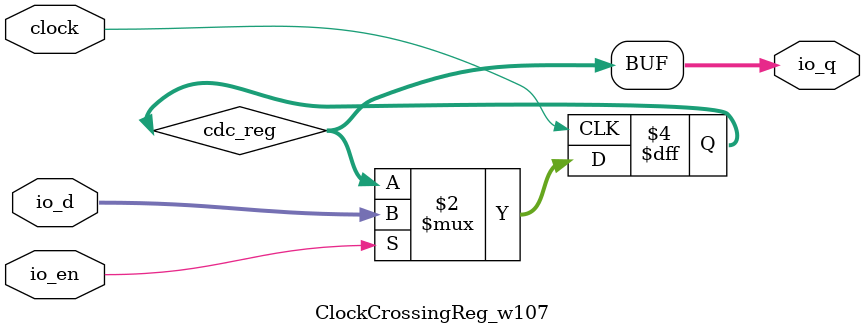
<source format=sv>
`ifndef RANDOMIZE
  `ifdef RANDOMIZE_MEM_INIT
    `define RANDOMIZE
  `endif // RANDOMIZE_MEM_INIT
`endif // not def RANDOMIZE
`ifndef RANDOMIZE
  `ifdef RANDOMIZE_REG_INIT
    `define RANDOMIZE
  `endif // RANDOMIZE_REG_INIT
`endif // not def RANDOMIZE

`ifndef RANDOM
  `define RANDOM $random
`endif // not def RANDOM

// Users can define INIT_RANDOM as general code that gets injected into the
// initializer block for modules with registers.
`ifndef INIT_RANDOM
  `define INIT_RANDOM
`endif // not def INIT_RANDOM

// If using random initialization, you can also define RANDOMIZE_DELAY to
// customize the delay used, otherwise 0.002 is used.
`ifndef RANDOMIZE_DELAY
  `define RANDOMIZE_DELAY 0.002
`endif // not def RANDOMIZE_DELAY

// Define INIT_RANDOM_PROLOG_ for use in our modules below.
`ifndef INIT_RANDOM_PROLOG_
  `ifdef RANDOMIZE
    `ifdef VERILATOR
      `define INIT_RANDOM_PROLOG_ `INIT_RANDOM
    `else  // VERILATOR
      `define INIT_RANDOM_PROLOG_ `INIT_RANDOM #`RANDOMIZE_DELAY begin end
    `endif // VERILATOR
  `else  // RANDOMIZE
    `define INIT_RANDOM_PROLOG_
  `endif // RANDOMIZE
`endif // not def INIT_RANDOM_PROLOG_

// Include register initializers in init blocks unless synthesis is set
`ifndef SYNTHESIS
  `ifndef ENABLE_INITIAL_REG_
    `define ENABLE_INITIAL_REG_
  `endif // not def ENABLE_INITIAL_REG_
`endif // not def SYNTHESIS

// Include rmemory initializers in init blocks unless synthesis is set
`ifndef SYNTHESIS
  `ifndef ENABLE_INITIAL_MEM_
    `define ENABLE_INITIAL_MEM_
  `endif // not def ENABLE_INITIAL_MEM_
`endif // not def SYNTHESIS

// Standard header to adapt well known macros for prints and assertions.

// Users can define 'PRINTF_COND' to add an extra gate to prints.
`ifndef PRINTF_COND_
  `ifdef PRINTF_COND
    `define PRINTF_COND_ (`PRINTF_COND)
  `else  // PRINTF_COND
    `define PRINTF_COND_ 1
  `endif // PRINTF_COND
`endif // not def PRINTF_COND_

// Users can define 'ASSERT_VERBOSE_COND' to add an extra gate to assert error printing.
`ifndef ASSERT_VERBOSE_COND_
  `ifdef ASSERT_VERBOSE_COND
    `define ASSERT_VERBOSE_COND_ (`ASSERT_VERBOSE_COND)
  `else  // ASSERT_VERBOSE_COND
    `define ASSERT_VERBOSE_COND_ 1
  `endif // ASSERT_VERBOSE_COND
`endif // not def ASSERT_VERBOSE_COND_

// Users can define 'STOP_COND' to add an extra gate to stop conditions.
`ifndef STOP_COND_
  `ifdef STOP_COND
    `define STOP_COND_ (`STOP_COND)
  `else  // STOP_COND
    `define STOP_COND_ 1
  `endif // STOP_COND
`endif // not def STOP_COND_

module ClockCrossingReg_w107(
  input          clock,
  input  [106:0] io_d,	// @[generators/rocket-chip/src/main/scala/util/SynchronizerReg.scala:195:14]
  output [106:0] io_q,	// @[generators/rocket-chip/src/main/scala/util/SynchronizerReg.scala:195:14]
  input          io_en	// @[generators/rocket-chip/src/main/scala/util/SynchronizerReg.scala:195:14]
);

  reg [106:0] cdc_reg;	// @[generators/rocket-chip/src/main/scala/util/SynchronizerReg.scala:201:76]
  always @(posedge clock) begin
    if (io_en)	// @[generators/rocket-chip/src/main/scala/util/SynchronizerReg.scala:195:14]
      cdc_reg <= io_d;	// @[generators/rocket-chip/src/main/scala/util/SynchronizerReg.scala:201:76]
  end // always @(posedge)
  `ifdef ENABLE_INITIAL_REG_
    `ifdef FIRRTL_BEFORE_INITIAL
      `FIRRTL_BEFORE_INITIAL
    `endif // FIRRTL_BEFORE_INITIAL
    logic [31:0] _RANDOM[0:3];
    initial begin
      `ifdef INIT_RANDOM_PROLOG_
        `INIT_RANDOM_PROLOG_
      `endif // INIT_RANDOM_PROLOG_
      `ifdef RANDOMIZE_REG_INIT
        for (logic [2:0] i = 3'h0; i < 3'h4; i += 3'h1) begin
          _RANDOM[i[1:0]] = `RANDOM;
        end
        cdc_reg = {_RANDOM[2'h0], _RANDOM[2'h1], _RANDOM[2'h2], _RANDOM[2'h3][10:0]};	// @[generators/rocket-chip/src/main/scala/util/SynchronizerReg.scala:201:76]
      `endif // RANDOMIZE_REG_INIT
    end // initial
    `ifdef FIRRTL_AFTER_INITIAL
      `FIRRTL_AFTER_INITIAL
    `endif // FIRRTL_AFTER_INITIAL
  `endif // ENABLE_INITIAL_REG_
  assign io_q = cdc_reg;	// @[generators/rocket-chip/src/main/scala/util/SynchronizerReg.scala:201:76]
endmodule


</source>
